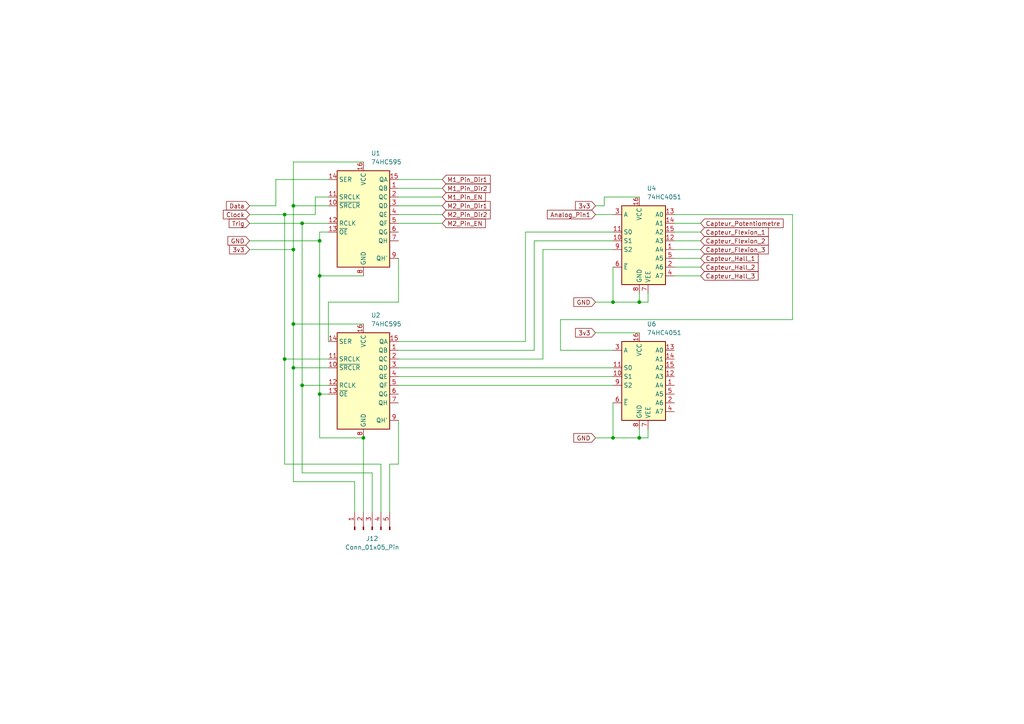
<source format=kicad_sch>
(kicad_sch (version 20231120) (generator "eeschema") (generator_version "8.0")
  (paper "A4")
  (title_block (title "Carte electronique Exodus") (date "2024-12-03") (company "Fablab"))
  (lib_symbols
    (symbol "74xx:74HC4051"
      (property "Reference" "U" (at -5.08 11.43 0))
      (property "Value" "74HC4051" (at -7.62 -13.97 0))
      (symbol "74HC4051_0_1"
        (rectangle (start -5.08 10.16) (end 7.62 -12.7) (stroke (width 0.254)) (fill (type background)))
      )
      (symbol "74HC4051_1_1"
        (pin passive line (at 10.16 -2.54 180) (length 2.54) (name "A4") (number "1"))
        (pin input line (at -7.62 0 0) (length 2.54) (name "S1") (number "10"))
        (pin input line (at -7.62 2.54 0) (length 2.54) (name "S0") (number "11"))
        (pin passive line (at 10.16 0 180) (length 2.54) (name "A3") (number "12"))
        (pin passive line (at 10.16 7.62 180) (length 2.54) (name "A0") (number "13"))
        (pin passive line (at 10.16 5.08 180) (length 2.54) (name "A1") (number "14"))
        (pin passive line (at 10.16 2.54 180) (length 2.54) (name "A2") (number "15"))
        (pin power_in line (at 0 12.7 270) (length 2.54) (name "VCC") (number "16"))
        (pin passive line (at 10.16 -7.62 180) (length 2.54) (name "A6") (number "2"))
        (pin passive line (at -7.62 7.62 0) (length 2.54) (name "A") (number "3"))
        (pin passive line (at 10.16 -10.16 180) (length 2.54) (name "A7") (number "4"))
        (pin passive line (at 10.16 -5.08 180) (length 2.54) (name "A5") (number "5"))
        (pin input line (at -7.62 -7.62 0) (length 2.54) (name "~{E}") (number "6"))
        (pin power_in line (at 2.54 -15.24 90) (length 2.54) (name "VEE") (number "7"))
        (pin power_in line (at 0 -15.24 90) (length 2.54) (name "GND") (number "8"))
        (pin input line (at -7.62 -2.54 0) (length 2.54) (name "S2") (number "9"))
      )
    )
    (symbol "74xx:74HC595"
      (property "Reference" "U" (at -7.62 13.97 0))
      (property "Value" "74HC595" (at -7.62 -16.51 0))
      (symbol "74HC595_1_0"
        (pin tri_state line (at 10.16 7.62 180) (length 2.54) (name "QB") (number "1"))
        (pin input line (at -10.16 2.54 0) (length 2.54) (name "~{SRCLR}") (number "10"))
        (pin input line (at -10.16 5.08 0) (length 2.54) (name "SRCLK") (number "11"))
        (pin input line (at -10.16 -2.54 0) (length 2.54) (name "RCLK") (number "12"))
        (pin input line (at -10.16 -5.08 0) (length 2.54) (name "~{OE}") (number "13"))
        (pin input line (at -10.16 10.16 0) (length 2.54) (name "SER") (number "14"))
        (pin tri_state line (at 10.16 10.16 180) (length 2.54) (name "QA") (number "15"))
        (pin power_in line (at 0 15.24 270) (length 2.54) (name "VCC") (number "16"))
        (pin tri_state line (at 10.16 5.08 180) (length 2.54) (name "QC") (number "2"))
        (pin tri_state line (at 10.16 2.54 180) (length 2.54) (name "QD") (number "3"))
        (pin tri_state line (at 10.16 0 180) (length 2.54) (name "QE") (number "4"))
        (pin tri_state line (at 10.16 -2.54 180) (length 2.54) (name "QF") (number "5"))
        (pin tri_state line (at 10.16 -5.08 180) (length 2.54) (name "QG") (number "6"))
        (pin tri_state line (at 10.16 -7.62 180) (length 2.54) (name "QH") (number "7"))
        (pin power_in line (at 0 -17.78 90) (length 2.54) (name "GND") (number "8"))
        (pin output line (at 10.16 -12.7 180) (length 2.54) (name "QH'") (number "9"))
      )
      (symbol "74HC595_1_1"
        (rectangle (start -7.62 12.7) (end 7.62 -15.24) (stroke (width 0.254)) (fill (type background)))
      )
    )
    (symbol "Connector:Conn_01x05_Pin" (pin_names (offset 1.016) hide)
      (property "Reference" "J" (at 0 7.62 0))
      (property "Value" "Conn_01x05_Pin" (at 0 -7.62 0))
      (symbol "Conn_01x05_Pin_1_1"
        (polyline (pts (xy 1.27 -5.08) (xy 0.8636 -5.08)) (stroke (width 0.1524)))
        (polyline (pts (xy 1.27 -2.54) (xy 0.8636 -2.54)) (stroke (width 0.1524)))
        (polyline (pts (xy 1.27 0) (xy 0.8636 0)) (stroke (width 0.1524)))
        (polyline (pts (xy 1.27 2.54) (xy 0.8636 2.54)) (stroke (width 0.1524)))
        (polyline (pts (xy 1.27 5.08) (xy 0.8636 5.08)) (stroke (width 0.1524)))
        (rectangle (start 0.8636 -4.953) (end 0 -5.207) (stroke (width 0.1524)) (fill (type outline)))
        (rectangle (start 0.8636 -2.413) (end 0 -2.667) (stroke (width 0.1524)) (fill (type outline)))
        (rectangle (start 0.8636 0.127) (end 0 -0.127) (stroke (width 0.1524)) (fill (type outline)))
        (rectangle (start 0.8636 2.667) (end 0 2.413) (stroke (width 0.1524)) (fill (type outline)))
        (rectangle (start 0.8636 5.207) (end 0 4.953) (stroke (width 0.1524)) (fill (type outline)))
        (pin passive line (at 5.08 5.08 180) (length 3.81) (name "Pin_1") (number "1"))
        (pin passive line (at 5.08 2.54 180) (length 3.81) (name "Pin_2") (number "2"))
        (pin passive line (at 5.08 0 180) (length 3.81) (name "Pin_3") (number "3"))
        (pin passive line (at 5.08 -2.54 180) (length 3.81) (name "Pin_4") (number "4"))
        (pin passive line (at 5.08 -5.08 180) (length 3.81) (name "Pin_5") (number "5"))
      )
    )
  )
  (junction (at 82.55 104.14))
  (junction (at 87.63 64.77))
  (junction (at 185.42 87.63))
  (junction (at 82.55 62.23))
  (junction (at 85.09 59.69))
  (junction (at 92.71 80.01))
  (junction (at 105.41 127))
  (junction (at 185.42 127))
  (junction (at 85.09 106.68))
  (junction (at 177.8 127))
  (junction (at 177.8 87.63))
  (junction (at 87.63 111.76))
  (junction (at 85.09 72.39))
  (junction (at 85.09 93.98))
  (junction (at 92.71 114.3))
  (junction (at 92.71 69.85))
  (wire (pts (xy 195.58 69.85) (xy 203.2 69.85)))
  (wire (pts (xy 72.39 62.23) (xy 82.55 62.23)))
  (wire (pts (xy 115.57 134.62) (xy 113.03 134.62)))
  (wire (pts (xy 91.44 62.23) (xy 91.44 57.15)))
  (wire (pts (xy 162.56 101.6) (xy 177.8 101.6)))
  (wire (pts (xy 72.39 72.39) (xy 85.09 72.39)))
  (wire (pts (xy 95.25 111.76) (xy 87.63 111.76)))
  (wire (pts (xy 115.57 64.77) (xy 128.27 64.77)))
  (wire (pts (xy 115.57 87.63) (xy 95.25 87.63)))
  (wire (pts (xy 115.57 54.61) (xy 128.27 54.61)))
  (wire (pts (xy 115.57 57.15) (xy 128.27 57.15)))
  (wire (pts (xy 172.72 87.63) (xy 177.8 87.63)))
  (wire (pts (xy 91.44 57.15) (xy 95.25 57.15)))
  (wire (pts (xy 87.63 137.16) (xy 107.95 137.16)))
  (wire (pts (xy 175.26 57.15) (xy 185.42 57.15)))
  (wire (pts (xy 152.4 99.06) (xy 152.4 67.31)))
  (wire (pts (xy 152.4 67.31) (xy 177.8 67.31)))
  (wire (pts (xy 102.87 139.7) (xy 102.87 148.59)))
  (wire (pts (xy 85.09 46.99) (xy 105.41 46.99)))
  (wire (pts (xy 92.71 114.3) (xy 95.25 114.3)))
  (wire (pts (xy 85.09 139.7) (xy 102.87 139.7)))
  (wire (pts (xy 115.57 99.06) (xy 152.4 99.06)))
  (wire (pts (xy 195.58 67.31) (xy 203.2 67.31)))
  (wire (pts (xy 82.55 62.23) (xy 91.44 62.23)))
  (wire (pts (xy 115.57 109.22) (xy 177.8 109.22)))
  (wire (pts (xy 177.8 127) (xy 185.42 127)))
  (wire (pts (xy 105.41 127) (xy 105.41 148.59)))
  (wire (pts (xy 113.03 134.62) (xy 113.03 148.59)))
  (wire (pts (xy 115.57 121.92) (xy 115.57 134.62)))
  (wire (pts (xy 92.71 127) (xy 105.41 127)))
  (wire (pts (xy 229.87 62.23) (xy 229.87 92.71)))
  (wire (pts (xy 80.01 52.07) (xy 95.25 52.07)))
  (wire (pts (xy 95.25 106.68) (xy 85.09 106.68)))
  (wire (pts (xy 115.57 106.68) (xy 177.8 106.68)))
  (wire (pts (xy 85.09 59.69) (xy 85.09 46.99)))
  (wire (pts (xy 92.71 80.01) (xy 105.41 80.01)))
  (wire (pts (xy 115.57 74.93) (xy 115.57 87.63)))
  (wire (pts (xy 115.57 59.69) (xy 128.27 59.69)))
  (wire (pts (xy 195.58 64.77) (xy 203.2 64.77)))
  (wire (pts (xy 154.94 101.6) (xy 154.94 69.85)))
  (wire (pts (xy 185.42 127) (xy 187.96 127)))
  (wire (pts (xy 92.71 114.3) (xy 92.71 127)))
  (wire (pts (xy 115.57 62.23) (xy 128.27 62.23)))
  (wire (pts (xy 177.8 87.63) (xy 185.42 87.63)))
  (wire (pts (xy 175.26 59.69) (xy 175.26 57.15)))
  (wire (pts (xy 154.94 69.85) (xy 177.8 69.85)))
  (wire (pts (xy 82.55 104.14) (xy 82.55 134.62)))
  (wire (pts (xy 172.72 62.23) (xy 177.8 62.23)))
  (wire (pts (xy 82.55 62.23) (xy 82.55 104.14)))
  (wire (pts (xy 115.57 104.14) (xy 157.48 104.14)))
  (wire (pts (xy 80.01 59.69) (xy 80.01 52.07)))
  (wire (pts (xy 82.55 134.62) (xy 110.49 134.62)))
  (wire (pts (xy 177.8 127) (xy 177.8 116.84)))
  (wire (pts (xy 195.58 74.93) (xy 203.2 74.93)))
  (wire (pts (xy 105.41 93.98) (xy 85.09 93.98)))
  (wire (pts (xy 72.39 69.85) (xy 92.71 69.85)))
  (wire (pts (xy 185.42 87.63) (xy 185.42 85.09)))
  (wire (pts (xy 95.25 104.14) (xy 82.55 104.14)))
  (wire (pts (xy 195.58 62.23) (xy 229.87 62.23)))
  (wire (pts (xy 172.72 127) (xy 177.8 127)))
  (wire (pts (xy 157.48 72.39) (xy 177.8 72.39)))
  (wire (pts (xy 115.57 52.07) (xy 128.27 52.07)))
  (wire (pts (xy 187.96 127) (xy 187.96 124.46)))
  (wire (pts (xy 92.71 67.31) (xy 95.25 67.31)))
  (wire (pts (xy 195.58 80.01) (xy 203.2 80.01)))
  (wire (pts (xy 107.95 137.16) (xy 107.95 148.59)))
  (wire (pts (xy 85.09 72.39) (xy 85.09 93.98)))
  (wire (pts (xy 110.49 134.62) (xy 110.49 148.59)))
  (wire (pts (xy 195.58 72.39) (xy 203.2 72.39)))
  (wire (pts (xy 85.09 93.98) (xy 85.09 106.68)))
  (wire (pts (xy 187.96 85.09) (xy 187.96 87.63)))
  (wire (pts (xy 92.71 69.85) (xy 92.71 80.01)))
  (wire (pts (xy 72.39 59.69) (xy 80.01 59.69)))
  (wire (pts (xy 85.09 72.39) (xy 85.09 59.69)))
  (wire (pts (xy 195.58 77.47) (xy 203.2 77.47)))
  (wire (pts (xy 92.71 69.85) (xy 92.71 67.31)))
  (wire (pts (xy 85.09 59.69) (xy 95.25 59.69)))
  (wire (pts (xy 229.87 92.71) (xy 162.56 92.71)))
  (wire (pts (xy 185.42 127) (xy 185.42 124.46)))
  (wire (pts (xy 115.57 111.76) (xy 177.8 111.76)))
  (wire (pts (xy 87.63 64.77) (xy 95.25 64.77)))
  (wire (pts (xy 177.8 77.47) (xy 177.8 87.63)))
  (wire (pts (xy 115.57 101.6) (xy 154.94 101.6)))
  (wire (pts (xy 162.56 92.71) (xy 162.56 101.6)))
  (wire (pts (xy 95.25 87.63) (xy 95.25 99.06)))
  (wire (pts (xy 187.96 87.63) (xy 185.42 87.63)))
  (wire (pts (xy 92.71 80.01) (xy 92.71 114.3)))
  (wire (pts (xy 87.63 64.77) (xy 87.63 111.76)))
  (wire (pts (xy 172.72 96.52) (xy 185.42 96.52)))
  (wire (pts (xy 72.39 64.77) (xy 87.63 64.77)))
  (wire (pts (xy 87.63 111.76) (xy 87.63 137.16)))
  (wire (pts (xy 157.48 104.14) (xy 157.48 72.39)))
  (wire (pts (xy 172.72 59.69) (xy 175.26 59.69)))
  (wire (pts (xy 85.09 106.68) (xy 85.09 139.7)))
  (global_label "Capteur_Flexion_3" (shape input) (at 203.2 72.39 0) (property "Intersheetrefs" "${INTERSHEET_REFS}" (effects (hide yes))))
  (global_label "Trig" (shape input) (at 72.39 64.77 180) (property "Intersheetrefs" "${INTERSHEET_REFS}" (effects (hide yes))))
  (global_label "Capteur_Hall_3" (shape input) (at 203.2 80.01 0) (property "Intersheetrefs" "${INTERSHEET_REFS}" (effects (hide yes))))
  (global_label "Analog_Pin1" (shape input) (at 172.72 62.23 180) (property "Intersheetrefs" "${INTERSHEET_REFS}" (effects (hide yes))))
  (global_label "M1_Pin_EN" (shape input) (at 128.27 57.15 0) (property "Intersheetrefs" "${INTERSHEET_REFS}" (effects (hide yes))))
  (global_label "GND" (shape input) (at 172.72 127 180) (property "Intersheetrefs" "${INTERSHEET_REFS}" (effects (hide yes))))
  (global_label "M2_Pin_Dir1" (shape input) (at 128.27 59.69 0) (property "Intersheetrefs" "${INTERSHEET_REFS}" (effects (hide yes))))
  (global_label "M2_Pin_EN" (shape input) (at 128.27 64.77 0) (property "Intersheetrefs" "${INTERSHEET_REFS}" (effects (hide yes))))
  (global_label "M2_Pin_Dir2" (shape input) (at 128.27 62.23 0) (property "Intersheetrefs" "${INTERSHEET_REFS}" (effects (hide yes))))
  (global_label "Data" (shape input) (at 72.39 59.69 180) (property "Intersheetrefs" "${INTERSHEET_REFS}" (effects (hide yes))))
  (global_label "Capteur_Hall_2" (shape input) (at 203.2 77.47 0) (property "Intersheetrefs" "${INTERSHEET_REFS}" (effects (hide yes))))
  (global_label "3v3" (shape input) (at 172.72 59.69 180) (property "Intersheetrefs" "${INTERSHEET_REFS}" (effects (hide yes))))
  (global_label "Clock" (shape input) (at 72.39 62.23 180) (property "Intersheetrefs" "${INTERSHEET_REFS}" (effects (hide yes))))
  (global_label "M1_Pin_Dir1" (shape input) (at 128.27 52.07 0) (property "Intersheetrefs" "${INTERSHEET_REFS}" (effects (hide yes))))
  (global_label "3v3" (shape input) (at 172.72 96.52 180) (property "Intersheetrefs" "${INTERSHEET_REFS}" (effects (hide yes))))
  (global_label "GND" (shape input) (at 72.39 69.85 180) (property "Intersheetrefs" "${INTERSHEET_REFS}" (effects (hide yes))))
  (global_label "3v3" (shape input) (at 72.39 72.39 180) (property "Intersheetrefs" "${INTERSHEET_REFS}" (effects (hide yes))))
  (global_label "GND" (shape input) (at 172.72 87.63 180) (property "Intersheetrefs" "${INTERSHEET_REFS}" (effects (hide yes))))
  (global_label "Capteur_Flexion_1" (shape input) (at 203.2 67.31 0) (property "Intersheetrefs" "${INTERSHEET_REFS}" (effects (hide yes))))
  (global_label "Capteur_Flexion_2" (shape input) (at 203.2 69.85 0) (property "Intersheetrefs" "${INTERSHEET_REFS}" (effects (hide yes))))
  (global_label "Capteur_Hall_1" (shape input) (at 203.2 74.93 0) (property "Intersheetrefs" "${INTERSHEET_REFS}" (effects (hide yes))))
  (global_label "Capteur_Potentiometre" (shape input) (at 203.2 64.77 0) (property "Intersheetrefs" "${INTERSHEET_REFS}" (effects (hide yes))))
  (global_label "M1_Pin_Dir2" (shape input) (at 128.27 54.61 0) (property "Intersheetrefs" "${INTERSHEET_REFS}" (effects (hide yes))))
  (symbol (lib_id "74xx:74HC4051") (at 185.42 109.22 0) (unit 1)
    (property "Reference" "U6" (at 187.6141 93.98 0) (effects (justify left)))
    (property "Value" "74HC4051" (at 187.6141 96.52 0) (effects (justify left)))
    (property "Footprint" "Package_DIP:DIP-16_W7.62mm" (effects (hide yes)))
    (property "Datasheet" "http://www.ti.com/lit/ds/symlink/cd74hc4051.pdf" (effects (hide yes)))
    (property "Description" "8-channel analog multiplexer/demultiplexer, DIP-16/SOIC-16/TSSOP-16" (effects (hide yes)))
  )
  (symbol (lib_id "74xx:74HC595") (at 105.41 109.22 0) (unit 1)
    (property "Reference" "U2" (at 107.6041 91.44 0) (effects (justify left)))
    (property "Value" "74HC595" (at 107.6041 93.98 0) (effects (justify left)))
    (property "Footprint" "Package_DIP:DIP-16_W7.62mm" (effects (hide yes)))
    (property "Datasheet" "http://www.ti.com/lit/ds/symlink/sn74hc595.pdf" (effects (hide yes)))
    (property "Description" "8-bit serial in/out Shift Register 3-State Outputs" (effects (hide yes)))
  )
  (symbol (lib_id "74xx:74HC4051") (at 185.42 69.85 0) (unit 1)
    (property "Reference" "U4" (at 187.6141 54.61 0) (effects (justify left)))
    (property "Value" "74HC4051" (at 187.6141 57.15 0) (effects (justify left)))
    (property "Footprint" "Package_DIP:DIP-16_W7.62mm" (effects (hide yes)))
    (property "Datasheet" "http://www.ti.com/lit/ds/symlink/cd74hc4051.pdf" (effects (hide yes)))
    (property "Description" "8-channel analog multiplexer/demultiplexer, DIP-16/SOIC-16/TSSOP-16" (effects (hide yes)))
  )
  (symbol (lib_id "Connector:Conn_01x05_Pin") (at 107.95 153.67 90) (unit 1)
    (property "Reference" "J12" (at 107.95 156.21 90))
    (property "Value" "Conn_01x05_Pin" (at 107.95 158.75 90))
    (property "Description" "Generic connector, single row, 01x05, script generated" (effects (hide yes)))
  )
  (symbol (lib_id "74xx:74HC595") (at 105.41 62.23 0) (unit 1)
    (property "Reference" "U1" (at 107.6041 44.45 0) (effects (justify left)))
    (property "Value" "74HC595" (at 107.6041 46.99 0) (effects (justify left)))
    (property "Footprint" "Package_DIP:DIP-16_W7.62mm" (effects (hide yes)))
    (property "Datasheet" "http://www.ti.com/lit/ds/symlink/sn74hc595.pdf" (effects (hide yes)))
    (property "Description" "8-bit serial in/out Shift Register 3-State Outputs" (effects (hide yes)))
  )
)
</source>
